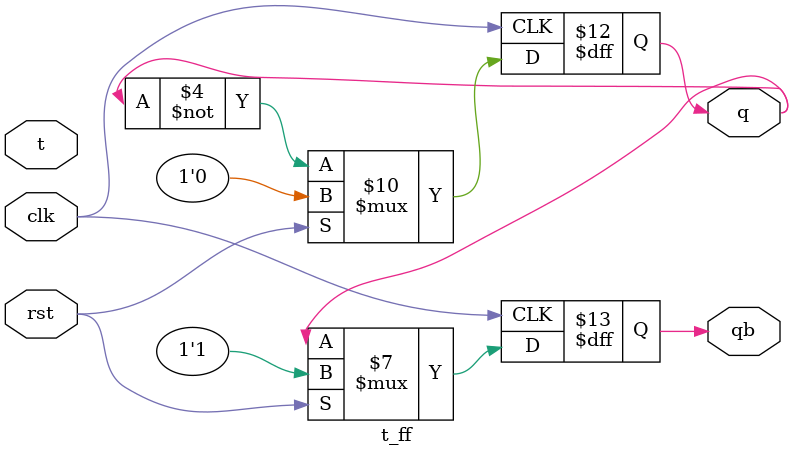
<source format=v>
module t_ff(clk,rst,t,q,qb);
input clk,rst;
input t;
output reg q,qb;
always@(posedge clk)
begin 
	if(rst==1)
		begin
			q=0;qb=~q;
		end
		else begin
		q=~q;qb=~q;
		end
			
		
end
endmodule
</source>
